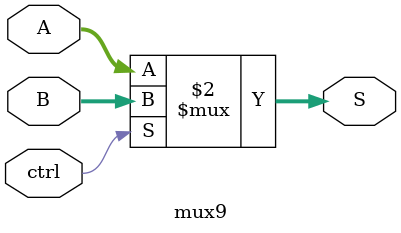
<source format=v>
`timescale 1ns / 1ps
module mux9(
	input wire [8:0] A,
	input wire [8:0] B,
	input wire ctrl,
	output wire [8:0] S
    );
	assign S=(ctrl==0)?A:B;
endmodule

</source>
